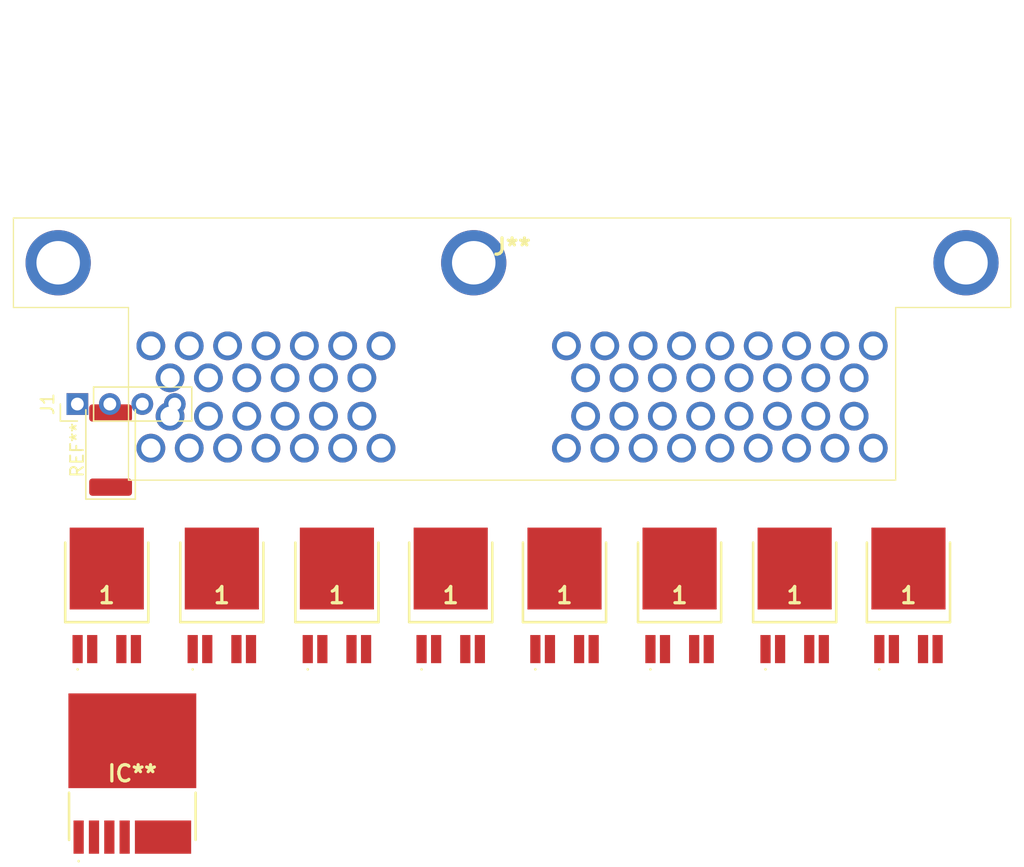
<source format=kicad_pcb>
(kicad_pcb (version 20211014) (generator pcbnew)
  (layers (0 "F.Cu" signal) (31 "B.Cu" signal) (34 "B.Paste" user) (35 "F.Paste" user) (36 "B.SilkS" user "B.Silkscreen") (37 "F.SilkS" user "F.Silkscreen") (38 "B.Mask" user) (39 "F.Mask" user) (44 "Edge.Cuts" user))
  (net 0 "")
  (footprint "PDM_Additional:BTS500251TEA" (layer "F.Cu") (at 59 53.1)
    (fp_text reference "1" (at 0 -0.035) (layer "F.SilkS") (effects (font (size 1.27 1.27) (thickness 0.254))))
    (fp_text value "BTS50025-1TEA" hide)
    (fp_line (start -3.25 -4.165) (end -3.25 2.055) (layer "F.SilkS") (width 0.2))
    (fp_line (start 3.25 2.055) (end 3.25 -4.165) (layer "F.SilkS") (width 0.2))
    (fp_line (start -2.28 5.7) (end -2.28 5.7) (layer "F.SilkS") (width 0.1))
    (fp_line (start -2.28 5.8) (end -2.28 5.8) (layer "F.SilkS") (width 0.1))
    (fp_line (start -3.25 2.055) (end 3.25 2.055) (layer "F.SilkS") (width 0.2))
    (fp_arc (start -2.28 5.8) (mid -2.33 5.75) (end -2.28 5.7) (layer "F.SilkS") (width 0.1))
    (fp_arc (start -2.28 5.7) (mid -2.23 5.75) (end -2.28 5.8) (layer "F.SilkS") (width 0.1))
    (pad "1" smd rect (at -2.28 4.165) (size 0.8 2.2) (layers "F.Cu" "F.Paste" "F.Mask"))
    (pad "2" smd rect (at -1.14 4.165) (size 0.8 2.2) (layers "F.Cu" "F.Paste" "F.Mask"))
    (pad "3" smd rect (at 0 -2.135) (size 5.8 6.4) (layers "F.Cu" "F.Paste" "F.Mask"))
    (pad "4" smd rect (at 1.14 4.165) (size 0.8 2.2) (layers "F.Cu" "F.Paste" "F.Mask"))
    (pad "5" smd rect (at 2.28 4.165) (size 0.8 2.2) (layers "F.Cu" "F.Paste" "F.Mask"))
  )
  (footprint "PDM_Additional:BTS500251TEA" (layer "F.Cu") (at 94.8 53.1)
    (fp_text reference "1" (at 0 -0.035) (layer "F.SilkS") (effects (font (size 1.27 1.27) (thickness 0.254))))
    (fp_text value "BTS50025-1TEA" hide)
    (fp_line (start -3.25 -4.165) (end -3.25 2.055) (layer "F.SilkS") (width 0.2))
    (fp_line (start 3.25 2.055) (end 3.25 -4.165) (layer "F.SilkS") (width 0.2))
    (fp_line (start -2.28 5.7) (end -2.28 5.7) (layer "F.SilkS") (width 0.1))
    (fp_line (start -2.28 5.8) (end -2.28 5.8) (layer "F.SilkS") (width 0.1))
    (fp_line (start -3.25 2.055) (end 3.25 2.055) (layer "F.SilkS") (width 0.2))
    (fp_arc (start -2.28 5.8) (mid -2.33 5.75) (end -2.28 5.7) (layer "F.SilkS") (width 0.1))
    (fp_arc (start -2.28 5.7) (mid -2.23 5.75) (end -2.28 5.8) (layer "F.SilkS") (width 0.1))
    (pad "1" smd rect (at -2.28 4.165) (size 0.8 2.2) (layers "F.Cu" "F.Paste" "F.Mask"))
    (pad "2" smd rect (at -1.14 4.165) (size 0.8 2.2) (layers "F.Cu" "F.Paste" "F.Mask"))
    (pad "3" smd rect (at 0 -2.135) (size 5.8 6.4) (layers "F.Cu" "F.Paste" "F.Mask"))
    (pad "4" smd rect (at 1.14 4.165) (size 0.8 2.2) (layers "F.Cu" "F.Paste" "F.Mask"))
    (pad "5" smd rect (at 2.28 4.165) (size 0.8 2.2) (layers "F.Cu" "F.Paste" "F.Mask"))
  )
  (footprint "PDM_Additional:BTS500251TEA" (layer "F.Cu") (at 112.7 53.1)
    (fp_text reference "1" (at 0 -0.035) (layer "F.SilkS") (effects (font (size 1.27 1.27) (thickness 0.254))))
    (fp_text value "BTS50025-1TEA" hide)
    (fp_line (start -3.25 -4.165) (end -3.25 2.055) (layer "F.SilkS") (width 0.2))
    (fp_line (start 3.25 2.055) (end 3.25 -4.165) (layer "F.SilkS") (width 0.2))
    (fp_line (start -2.28 5.7) (end -2.28 5.7) (layer "F.SilkS") (width 0.1))
    (fp_line (start -2.28 5.8) (end -2.28 5.8) (layer "F.SilkS") (width 0.1))
    (fp_line (start -3.25 2.055) (end 3.25 2.055) (layer "F.SilkS") (width 0.2))
    (fp_arc (start -2.28 5.8) (mid -2.33 5.75) (end -2.28 5.7) (layer "F.SilkS") (width 0.1))
    (fp_arc (start -2.28 5.7) (mid -2.23 5.75) (end -2.28 5.8) (layer "F.SilkS") (width 0.1))
    (pad "1" smd rect (at -2.28 4.165) (size 0.8 2.2) (layers "F.Cu" "F.Paste" "F.Mask"))
    (pad "2" smd rect (at -1.14 4.165) (size 0.8 2.2) (layers "F.Cu" "F.Paste" "F.Mask"))
    (pad "3" smd rect (at 0 -2.135) (size 5.8 6.4) (layers "F.Cu" "F.Paste" "F.Mask"))
    (pad "4" smd rect (at 1.14 4.165) (size 0.8 2.2) (layers "F.Cu" "F.Paste" "F.Mask"))
    (pad "5" smd rect (at 2.28 4.165) (size 0.8 2.2) (layers "F.Cu" "F.Paste" "F.Mask"))
  )
  (footprint "Connector_PinHeader_2.54mm:PinHeader_1x04_P2.54mm_Vertical" (layer "F.Cu") (at 47.7 38.1 90)
    (fp_text reference "J1" (at 0 -2.33 90) (layer "F.SilkS"))
    (fp_text value "Conn_01x04_Male")
    (fp_line (start 1.33 1.27) (end 1.33 8.95) (layer "F.SilkS") (width 0.12))
    (fp_line (start -1.33 -1.33) (end 0 -1.33) (layer "F.SilkS") (width 0.12))
    (fp_line (start -1.33 0) (end -1.33 -1.33) (layer "F.SilkS") (width 0.12))
    (fp_line (start -1.33 1.27) (end -1.33 8.95) (layer "F.SilkS") (width 0.12))
    (fp_line (start -1.33 8.95) (end 1.33 8.95) (layer "F.SilkS") (width 0.12))
    (fp_line (start -1.33 1.27) (end 1.33 1.27) (layer "F.SilkS") (width 0.12))
    (pad "1" thru_hole rect (at 0 0 90) (size 1.7 1.7) (drill 1) (layers *.Cu *.Mask))
    (pad "2" thru_hole oval (at 0 2.54 90) (size 1.7 1.7) (drill 1) (layers *.Cu *.Mask))
    (pad "3" thru_hole oval (at 0 5.08 90) (size 1.7 1.7) (drill 1) (layers *.Cu *.Mask))
    (pad "4" thru_hole oval (at 0 7.62 90) (size 1.7 1.7) (drill 1) (layers *.Cu *.Mask))
  )
  (footprint "PDM_Additional:64734271" (layer "F.Cu") (at 109.95 41.55 180)
    (fp_text reference "J**" (at 28.25 15.75) (layer "F.SilkS") (effects (font (size 1.27 1.27) (thickness 0.254))))
    (fp_text value "64734271" hide)
    (fp_line (start 67.25 18) (end -10.75 18) (layer "F.SilkS") (width 0.1))
    (fp_line (start -1.75 -2.5) (end 58.25 -2.5) (layer "F.SilkS") (width 0.1))
    (fp_line (start 58.25 -2.5) (end 58.25 11) (layer "F.SilkS") (width 0.1))
    (fp_line (start -1.75 11) (end -1.75 -2.5) (layer "F.SilkS") (width 0.1))
    (fp_line (start 58.25 11) (end 67.25 11) (layer "F.SilkS") (width 0.1))
    (fp_line (start -10.75 18) (end -10.75 11) (layer "F.SilkS") (width 0.1))
    (fp_line (start 67.25 11) (end 67.25 18) (layer "F.SilkS") (width 0.1))
    (fp_line (start -10.75 11) (end -1.75 11) (layer "F.SilkS") (width 0.1))
    (pad "1" thru_hole circle (at 0 0 180) (size 2.25 2.25) (drill 1.5) (layers *.Cu *.Mask))
    (pad "2" thru_hole circle (at 1.5 2.5 180) (size 2.25 2.25) (drill 1.5) (layers *.Cu *.Mask))
    (pad "3" thru_hole circle (at 3 0 180) (size 2.25 2.25) (drill 1.5) (layers *.Cu *.Mask))
    (pad "4" thru_hole circle (at 4.5 2.5 180) (size 2.25 2.25) (drill 1.5) (layers *.Cu *.Mask))
    (pad "5" thru_hole circle (at 6 0 180) (size 2.25 2.25) (drill 1.5) (layers *.Cu *.Mask))
    (pad "6" thru_hole circle (at 7.5 2.5 180) (size 2.25 2.25) (drill 1.5) (layers *.Cu *.Mask))
    (pad "7" thru_hole circle (at 9 0 180) (size 2.25 2.25) (drill 1.5) (layers *.Cu *.Mask))
    (pad "8" thru_hole circle (at 10.5 2.5 180) (size 2.25 2.25) (drill 1.5) (layers *.Cu *.Mask))
    (pad "9" thru_hole circle (at 12 0 180) (size 2.25 2.25) (drill 1.5) (layers *.Cu *.Mask))
    (pad "10" thru_hole circle (at 13.5 2.5 180) (size 2.25 2.25) (drill 1.5) (layers *.Cu *.Mask))
    (pad "11" thru_hole circle (at 15 0 180) (size 2.25 2.25) (drill 1.5) (layers *.Cu *.Mask))
    (pad "12" thru_hole circle (at 16.5 2.5 180) (size 2.25 2.25) (drill 1.5) (layers *.Cu *.Mask))
    (pad "13" thru_hole circle (at 18 0 180) (size 2.25 2.25) (drill 1.5) (layers *.Cu *.Mask))
    (pad "14" thru_hole circle (at 19.5 2.5 180) (size 2.25 2.25) (drill 1.5) (layers *.Cu *.Mask))
    (pad "15" thru_hole circle (at 21 0 180) (size 2.25 2.25) (drill 1.5) (layers *.Cu *.Mask))
    (pad "16" thru_hole circle (at 22.5 2.5 180) (size 2.25 2.25) (drill 1.5) (layers *.Cu *.Mask))
    (pad "17" thru_hole circle (at 24 0 180) (size 2.25 2.25) (drill 1.5) (layers *.Cu *.Mask))
    (pad "18" thru_hole circle (at 0 8 180) (size 2.25 2.25) (drill 1.5) (layers *.Cu *.Mask))
    (pad "19" thru_hole circle (at 1.5 5.5 180) (size 2.25 2.25) (drill 1.5) (layers *.Cu *.Mask))
    (pad "20" thru_hole circle (at 3 8 180) (size 2.25 2.25) (drill 1.5) (layers *.Cu *.Mask))
    (pad "21" thru_hole circle (at 4.5 5.5 180) (size 2.25 2.25) (drill 1.5) (layers *.Cu *.Mask))
    (pad "22" thru_hole circle (at 6 8 180) (size 2.25 2.25) (drill 1.5) (layers *.Cu *.Mask))
    (pad "23" thru_hole circle (at 7.5 5.5 180) (size 2.25 2.25) (drill 1.5) (layers *.Cu *.Mask))
    (pad "24" thru_hole circle (at 9 8 180) (size 2.25 2.25) (drill 1.5) (layers *.Cu *.Mask))
    (pad "25" thru_hole circle (at 10.5 5.5 180) (size 2.25 2.25) (drill 1.5) (layers *.Cu *.Mask))
    (pad "26" thru_hole circle (at 12 8 180) (size 2.25 2.25) (drill 1.5) (layers *.Cu *.Mask))
    (pad "27" thru_hole circle (at 13.5 5.5 180) (size 2.25 2.25) (drill 1.5) (layers *.Cu *.Mask))
    (pad "28" thru_hole circle (at 15 8 180) (size 2.25 2.25) (drill 1.5) (layers *.Cu *.Mask))
    (pad "29" thru_hole circle (at 16.5 5.5 180) (size 2.25 2.25) (drill 1.5) (layers *.Cu *.Mask))
    (pad "30" thru_hole circle (at 18 8 180) (size 2.25 2.25) (drill 1.5) (layers *.Cu *.Mask))
    (pad "31" thru_hole circle (at 19.5 5.5 180) (size 2.25 2.25) (drill 1.5) (layers *.Cu *.Mask))
    (pad "32" thru_hole circle (at 21 8 180) (size 2.25 2.25) (drill 1.5) (layers *.Cu *.Mask))
    (pad "33" thru_hole circle (at 22.5 5.5 180) (size 2.25 2.25) (drill 1.5) (layers *.Cu *.Mask))
    (pad "34" thru_hole circle (at 24 8 180) (size 2.25 2.25) (drill 1.5) (layers *.Cu *.Mask))
    (pad "35" thru_hole circle (at 38.5 0 180) (size 2.25 2.25) (drill 1.5) (layers *.Cu *.Mask))
    (pad "36" thru_hole circle (at 40 2.5 180) (size 2.25 2.25) (drill 1.5) (layers *.Cu *.Mask))
    (pad "37" thru_hole circle (at 41.5 0 180) (size 2.25 2.25) (drill 1.5) (layers *.Cu *.Mask))
    (pad "38" thru_hole circle (at 43 2.5 180) (size 2.25 2.25) (drill 1.5) (layers *.Cu *.Mask))
    (pad "39" thru_hole circle (at 44.5 0 180) (size 2.25 2.25) (drill 1.5) (layers *.Cu *.Mask))
    (pad "40" thru_hole circle (at 46 2.5 180) (size 2.25 2.25) (drill 1.5) (layers *.Cu *.Mask))
    (pad "41" thru_hole circle (at 47.5 0 180) (size 2.25 2.25) (drill 1.5) (layers *.Cu *.Mask))
    (pad "42" thru_hole circle (at 49 2.5 180) (size 2.25 2.25) (drill 1.5) (layers *.Cu *.Mask))
    (pad "43" thru_hole circle (at 50.5 0 180) (size 2.25 2.25) (drill 1.5) (layers *.Cu *.Mask))
    (pad "44" thru_hole circle (at 52 2.5 180) (size 2.25 2.25) (drill 1.5) (layers *.Cu *.Mask))
    (pad "45" thru_hole circle (at 53.5 0 180) (size 2.25 2.25) (drill 1.5) (layers *.Cu *.Mask))
    (pad "46" thru_hole circle (at 55 2.5 180) (size 2.25 2.25) (drill 1.5) (layers *.Cu *.Mask))
    (pad "47" thru_hole circle (at 56.5 0 180) (size 2.25 2.25) (drill 1.5) (layers *.Cu *.Mask))
    (pad "48" thru_hole circle (at 38.5 8 180) (size 2.25 2.25) (drill 1.5) (layers *.Cu *.Mask))
    (pad "49" thru_hole circle (at 40 5.5 180) (size 2.25 2.25) (drill 1.5) (layers *.Cu *.Mask))
    (pad "50" thru_hole circle (at 41.5 8 180) (size 2.25 2.25) (drill 1.5) (layers *.Cu *.Mask))
    (pad "51" thru_hole circle (at 43 5.5 180) (size 2.25 2.25) (drill 1.5) (layers *.Cu *.Mask))
    (pad "52" thru_hole circle (at 44.5 8 180) (size 2.25 2.25) (drill 1.5) (layers *.Cu *.Mask))
    (pad "53" thru_hole circle (at 46 5.5 180) (size 2.25 2.25) (drill 1.5) (layers *.Cu *.Mask))
    (pad "54" thru_hole circle (at 47.5 8 180) (size 2.25 2.25) (drill 1.5) (layers *.Cu *.Mask))
    (pad "55" thru_hole circle (at 49 5.5 180) (size 2.25 2.25) (drill 1.5) (layers *.Cu *.Mask))
    (pad "56" thru_hole circle (at 50.5 8 180) (size 2.25 2.25) (drill 1.5) (layers *.Cu *.Mask))
    (pad "57" thru_hole circle (at 52 5.5 180) (size 2.25 2.25) (drill 1.5) (layers *.Cu *.Mask))
    (pad "58" thru_hole circle (at 53.5 8 180) (size 2.25 2.25) (drill 1.5) (layers *.Cu *.Mask))
    (pad "59" thru_hole circle (at 55 5.5 180) (size 2.25 2.25) (drill 1.5) (layers *.Cu *.Mask))
    (pad "60" thru_hole circle (at 56.5 8 180) (size 2.25 2.25) (drill 1.5) (layers *.Cu *.Mask))
    (pad "MH1" thru_hole circle (at -7.25 14.5 180) (size 5.1 5.1) (drill 3.4) (layers *.Cu *.Mask))
    (pad "MH2" thru_hole circle (at 31.25 14.5 180) (size 5.1 5.1) (drill 3.4) (layers *.Cu *.Mask))
    (pad "MH3" thru_hole circle (at 63.75 14.5 180) (size 5.1 5.1) (drill 3.4) (layers *.Cu *.Mask))
  )
  (footprint "PDM_Additional:BTS500251TEA" (layer "F.Cu") (at 103.8 53.1)
    (fp_text reference "1" (at 0 -0.035) (layer "F.SilkS") (effects (font (size 1.27 1.27) (thickness 0.254))))
    (fp_text value "BTS50025-1TEA" hide)
    (fp_line (start -3.25 -4.165) (end -3.25 2.055) (layer "F.SilkS") (width 0.2))
    (fp_line (start 3.25 2.055) (end 3.25 -4.165) (layer "F.SilkS") (width 0.2))
    (fp_line (start -2.28 5.7) (end -2.28 5.7) (layer "F.SilkS") (width 0.1))
    (fp_line (start -2.28 5.8) (end -2.28 5.8) (layer "F.SilkS") (width 0.1))
    (fp_line (start -3.25 2.055) (end 3.25 2.055) (layer "F.SilkS") (width 0.2))
    (fp_arc (start -2.28 5.8) (mid -2.33 5.75) (end -2.28 5.7) (layer "F.SilkS") (width 0.1))
    (fp_arc (start -2.28 5.7) (mid -2.23 5.75) (end -2.28 5.8) (layer "F.SilkS") (width 0.1))
    (pad "1" smd rect (at -2.28 4.165) (size 0.8 2.2) (layers "F.Cu" "F.Paste" "F.Mask"))
    (pad "2" smd rect (at -1.14 4.165) (size 0.8 2.2) (layers "F.Cu" "F.Paste" "F.Mask"))
    (pad "3" smd rect (at 0 -2.135) (size 5.8 6.4) (layers "F.Cu" "F.Paste" "F.Mask"))
    (pad "4" smd rect (at 1.14 4.165) (size 0.8 2.2) (layers "F.Cu" "F.Paste" "F.Mask"))
    (pad "5" smd rect (at 2.28 4.165) (size 0.8 2.2) (layers "F.Cu" "F.Paste" "F.Mask"))
  )
  (footprint "PDM_Additional:BTS500101LUAAUMA1" (layer "F.Cu") (at 52 67)
    (fp_text reference "IC**" (at 0 0) (layer "F.SilkS") (effects (font (size 1.27 1.27) (thickness 0.254))))
    (fp_text value "BTS500101LUAAUMA1" hide)
    (fp_line (start -4.2 6.8) (end -4.2 6.8) (layer "F.SilkS") (width 0.1))
    (fp_line (start 4.95 1.5) (end 4.95 5.188) (layer "F.SilkS") (width 0.2))
    (fp_line (start -4.2 6.9) (end -4.2 6.9) (layer "F.SilkS") (width 0.1))
    (fp_line (start -4.95 1.5) (end -4.95 5.188) (layer "F.SilkS") (width 0.2))
    (fp_arc (start -4.2 6.8) (mid -4.15 6.85) (end -4.2 6.9) (layer "F.SilkS") (width 0.1))
    (fp_arc (start -4.2 6.9) (mid -4.25 6.85) (end -4.2 6.8) (layer "F.SilkS") (width 0.1))
    (pad "1" smd rect (at -4.2 4.97) (size 0.8 2.6) (layers "F.Cu" "F.Paste" "F.Mask"))
    (pad "2" smd rect (at -3 4.97) (size 0.8 2.6) (layers "F.Cu" "F.Paste" "F.Mask"))
    (pad "3" smd rect (at -1.8 4.97) (size 0.8 2.6) (layers "F.Cu" "F.Paste" "F.Mask"))
    (pad "4" smd rect (at -0.6 4.97) (size 0.8 2.6) (layers "F.Cu" "F.Paste" "F.Mask"))
    (pad "5" smd rect (at 2.4 4.97 90) (size 2.6 4.4) (layers "F.Cu" "F.Paste" "F.Mask"))
    (pad "9" smd rect (at 0 -2.565 90) (size 7.41 10) (layers "F.Cu" "F.Paste" "F.Mask"))
  )
  (footprint "PDM_Additional:BTS500251TEA" (layer "F.Cu") (at 85.8 53.1)
    (fp_text reference "1" (at 0 -0.035) (layer "F.SilkS") (effects (font (size 1.27 1.27) (thickness 0.254))))
    (fp_text value "BTS50025-1TEA" hide)
    (fp_line (start -3.25 -4.165) (end -3.25 2.055) (layer "F.SilkS") (width 0.2))
    (fp_line (start 3.25 2.055) (end 3.25 -4.165) (layer "F.SilkS") (width 0.2))
    (fp_line (start -2.28 5.7) (end -2.28 5.7) (layer "F.SilkS") (width 0.1))
    (fp_line (start -2.28 5.8) (end -2.28 5.8) (layer "F.SilkS") (width 0.1))
    (fp_line (start -3.25 2.055) (end 3.25 2.055) (layer "F.SilkS") (width 0.2))
    (fp_arc (start -2.28 5.8) (mid -2.33 5.75) (end -2.28 5.7) (layer "F.SilkS") (width 0.1))
    (fp_arc (start -2.28 5.7) (mid -2.23 5.75) (end -2.28 5.8) (layer "F.SilkS") (width 0.1))
    (pad "1" smd rect (at -2.28 4.165) (size 0.8 2.2) (layers "F.Cu" "F.Paste" "F.Mask"))
    (pad "2" smd rect (at -1.14 4.165) (size 0.8 2.2) (layers "F.Cu" "F.Paste" "F.Mask"))
    (pad "3" smd rect (at 0 -2.135) (size 5.8 6.4) (layers "F.Cu" "F.Paste" "F.Mask"))
    (pad "4" smd rect (at 1.14 4.165) (size 0.8 2.2) (layers "F.Cu" "F.Paste" "F.Mask"))
    (pad "5" smd rect (at 2.28 4.165) (size 0.8 2.2) (layers "F.Cu" "F.Paste" "F.Mask"))
  )
  (footprint "PDM_Additional:BTS500251TEA" (layer "F.Cu") (at 68 53.1)
    (fp_text reference "1" (at 0 -0.035) (layer "F.SilkS") (effects (font (size 1.27 1.27) (thickness 0.254))))
    (fp_text value "BTS50025-1TEA" hide)
    (fp_line (start -3.25 -4.165) (end -3.25 2.055) (layer "F.SilkS") (width 0.2))
    (fp_line (start 3.25 2.055) (end 3.25 -4.165) (layer "F.SilkS") (width 0.2))
    (fp_line (start -2.28 5.7) (end -2.28 5.7) (layer "F.SilkS") (width 0.1))
    (fp_line (start -2.28 5.8) (end -2.28 5.8) (layer "F.SilkS") (width 0.1))
    (fp_line (start -3.25 2.055) (end 3.25 2.055) (layer "F.SilkS") (width 0.2))
    (fp_arc (start -2.28 5.8) (mid -2.33 5.75) (end -2.28 5.7) (layer "F.SilkS") (width 0.1))
    (fp_arc (start -2.28 5.7) (mid -2.23 5.75) (end -2.28 5.8) (layer "F.SilkS") (width 0.1))
    (pad "1" smd rect (at -2.28 4.165) (size 0.8 2.2) (layers "F.Cu" "F.Paste" "F.Mask"))
    (pad "2" smd rect (at -1.14 4.165) (size 0.8 2.2) (layers "F.Cu" "F.Paste" "F.Mask"))
    (pad "3" smd rect (at 0 -2.135) (size 5.8 6.4) (layers "F.Cu" "F.Paste" "F.Mask"))
    (pad "4" smd rect (at 1.14 4.165) (size 0.8 2.2) (layers "F.Cu" "F.Paste" "F.Mask"))
    (pad "5" smd rect (at 2.28 4.165) (size 0.8 2.2) (layers "F.Cu" "F.Paste" "F.Mask"))
  )
  (footprint "Diode_SMD:D_2512_6332Metric" (layer "F.Cu") (at 50.3 41.7 90)
    (fp_text reference "REF**" (at 0 -2.62 90) (layer "F.SilkS"))
    (fp_text value "D_2512_6332Metric")
    (fp_line (start 3.15 -1.935) (end -3.835 -1.935) (layer "F.SilkS") (width 0.12))
    (fp_line (start -3.835 -1.935) (end -3.835 1.935) (layer "F.SilkS") (width 0.12))
    (fp_line (start -3.835 1.935) (end 3.15 1.935) (layer "F.SilkS") (width 0.12))
    (pad "1" smd roundrect (at -2.9 0 90) (size 1.35 3.35) (layers "F.Cu" "F.Paste" "F.Mask") (roundrect_rratio 0.185185))
    (pad "2" smd roundrect (at 2.9 0 90) (size 1.35 3.35) (layers "F.Cu" "F.Paste" "F.Mask") (roundrect_rratio 0.185185))
  )
  (footprint "PDM_Additional:BTS500251TEA" (layer "F.Cu") (at 50 53.1)
    (fp_text reference "1" (at 0 -0.035) (layer "F.SilkS") (effects (font (size 1.27 1.27) (thickness 0.254))))
    (fp_text value "BTS50025-1TEA" hide)
    (fp_line (start -3.25 -4.165) (end -3.25 2.055) (layer "F.SilkS") (width 0.2))
    (fp_line (start 3.25 2.055) (end 3.25 -4.165) (layer "F.SilkS") (width 0.2))
    (fp_line (start -2.28 5.7) (end -2.28 5.7) (layer "F.SilkS") (width 0.1))
    (fp_line (start -2.28 5.8) (end -2.28 5.8) (layer "F.SilkS") (width 0.1))
    (fp_line (start -3.25 2.055) (end 3.25 2.055) (layer "F.SilkS") (width 0.2))
    (fp_arc (start -2.28 5.8) (mid -2.33 5.75) (end -2.28 5.7) (layer "F.SilkS") (width 0.1))
    (fp_arc (start -2.28 5.7) (mid -2.23 5.75) (end -2.28 5.8) (layer "F.SilkS") (width 0.1))
    (pad "1" smd rect (at -2.28 4.165) (size 0.8 2.2) (layers "F.Cu" "F.Paste" "F.Mask"))
    (pad "2" smd rect (at -1.14 4.165) (size 0.8 2.2) (layers "F.Cu" "F.Paste" "F.Mask"))
    (pad "3" smd rect (at 0 -2.135) (size 5.8 6.4) (layers "F.Cu" "F.Paste" "F.Mask"))
    (pad "4" smd rect (at 1.14 4.165) (size 0.8 2.2) (layers "F.Cu" "F.Paste" "F.Mask"))
    (pad "5" smd rect (at 2.28 4.165) (size 0.8 2.2) (layers "F.Cu" "F.Paste" "F.Mask"))
  )
  (footprint "PDM_Additional:BTS500251TEA" (layer "F.Cu") (at 76.9 53.1)
    (fp_text reference "1" (at 0 -0.035) (layer "F.SilkS") (effects (font (size 1.27 1.27) (thickness 0.254))))
    (fp_text value "BTS50025-1TEA" hide)
    (fp_line (start -3.25 -4.165) (end -3.25 2.055) (layer "F.SilkS") (width 0.2))
    (fp_line (start 3.25 2.055) (end 3.25 -4.165) (layer "F.SilkS") (width 0.2))
    (fp_line (start -2.28 5.7) (end -2.28 5.7) (layer "F.SilkS") (width 0.1))
    (fp_line (start -2.28 5.8) (end -2.28 5.8) (layer "F.SilkS") (width 0.1))
    (fp_line (start -3.25 2.055) (end 3.25 2.055) (layer "F.SilkS") (width 0.2))
    (fp_arc (start -2.28 5.8) (mid -2.33 5.75) (end -2.28 5.7) (layer "F.SilkS") (width 0.1))
    (fp_arc (start -2.28 5.7) (mid -2.23 5.75) (end -2.28 5.8) (layer "F.SilkS") (width 0.1))
    (pad "1" smd rect (at -2.28 4.165) (size 0.8 2.2) (layers "F.Cu" "F.Paste" "F.Mask"))
    (pad "2" smd rect (at -1.14 4.165) (size 0.8 2.2) (layers "F.Cu" "F.Paste" "F.Mask"))
    (pad "3" smd rect (at 0 -2.135) (size 5.8 6.4) (layers "F.Cu" "F.Paste" "F.Mask"))
    (pad "4" smd rect (at 1.14 4.165) (size 0.8 2.2) (layers "F.Cu" "F.Paste" "F.Mask"))
    (pad "5" smd rect (at 2.28 4.165) (size 0.8 2.2) (layers "F.Cu" "F.Paste" "F.Mask"))
  )
)
</source>
